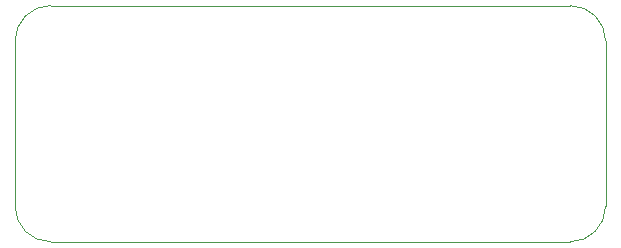
<source format=gbr>
%TF.GenerationSoftware,KiCad,Pcbnew,9.0.5*%
%TF.CreationDate,2025-12-25T11:21:18+05:30*%
%TF.ProjectId,Relay Module ( Single channel),52656c61-7920-44d6-9f64-756c65202820,v1.0*%
%TF.SameCoordinates,Original*%
%TF.FileFunction,Profile,NP*%
%FSLAX46Y46*%
G04 Gerber Fmt 4.6, Leading zero omitted, Abs format (unit mm)*
G04 Created by KiCad (PCBNEW 9.0.5) date 2025-12-25 11:21:18*
%MOMM*%
%LPD*%
G01*
G04 APERTURE LIST*
%TA.AperFunction,Profile*%
%ADD10C,0.050000*%
%TD*%
G04 APERTURE END LIST*
D10*
X193000000Y-108000000D02*
G75*
G02*
X190000000Y-111000000I-3000000J0D01*
G01*
X193000000Y-94000000D02*
X193000000Y-108000000D01*
X190000000Y-91000000D02*
G75*
G02*
X193000000Y-94000000I0J-3000000D01*
G01*
X146000000Y-111000000D02*
G75*
G02*
X143000000Y-108000000I0J3000000D01*
G01*
X146000000Y-91000000D02*
X190000000Y-91000000D01*
X143000000Y-94000000D02*
G75*
G02*
X146000000Y-91000000I3000000J0D01*
G01*
X143000000Y-108000000D02*
X143000000Y-94000000D01*
X190000000Y-111000000D02*
X146000000Y-111000000D01*
M02*

</source>
